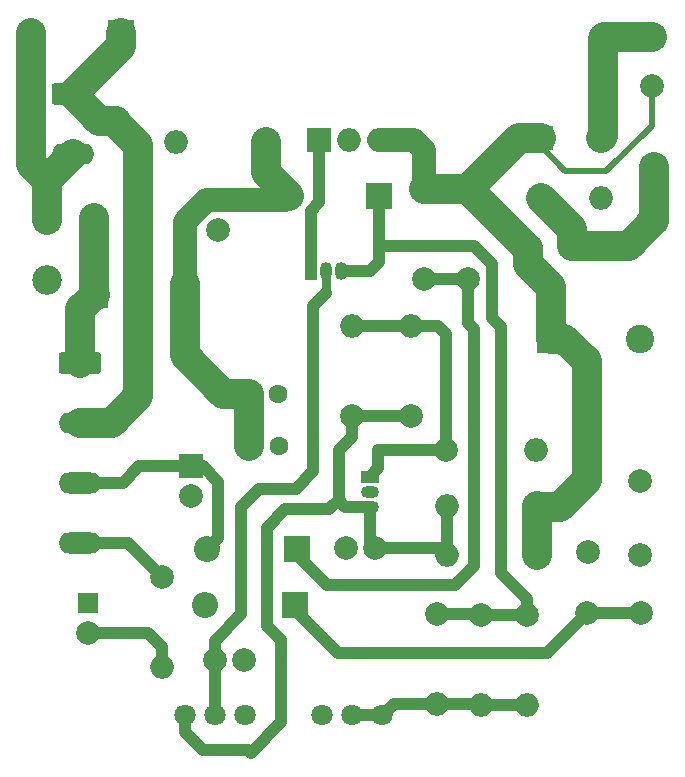
<source format=gtl>
G04 #@! TF.GenerationSoftware,KiCad,Pcbnew,7.0.8-dirty*
G04 #@! TF.CreationDate,2023-11-16T23:24:39-03:00*
G04 #@! TF.ProjectId,Fonte 0-24V,466f6e74-6520-4302-9d32-34562e6b6963,rev?*
G04 #@! TF.SameCoordinates,Original*
G04 #@! TF.FileFunction,Copper,L1,Top*
G04 #@! TF.FilePolarity,Positive*
%FSLAX46Y46*%
G04 Gerber Fmt 4.6, Leading zero omitted, Abs format (unit mm)*
G04 Created by KiCad (PCBNEW 7.0.8-dirty) date 2023-11-16 23:24:39*
%MOMM*%
%LPD*%
G01*
G04 APERTURE LIST*
G04 Aperture macros list*
%AMRoundRect*
0 Rectangle with rounded corners*
0 $1 Rounding radius*
0 $2 $3 $4 $5 $6 $7 $8 $9 X,Y pos of 4 corners*
0 Add a 4 corners polygon primitive as box body*
4,1,4,$2,$3,$4,$5,$6,$7,$8,$9,$2,$3,0*
0 Add four circle primitives for the rounded corners*
1,1,$1+$1,$2,$3*
1,1,$1+$1,$4,$5*
1,1,$1+$1,$6,$7*
1,1,$1+$1,$8,$9*
0 Add four rect primitives between the rounded corners*
20,1,$1+$1,$2,$3,$4,$5,0*
20,1,$1+$1,$4,$5,$6,$7,0*
20,1,$1+$1,$6,$7,$8,$9,0*
20,1,$1+$1,$8,$9,$2,$3,0*%
G04 Aperture macros list end*
G04 #@! TA.AperFunction,ComponentPad*
%ADD10C,2.000000*%
G04 #@! TD*
G04 #@! TA.AperFunction,ComponentPad*
%ADD11R,2.200000X2.200000*%
G04 #@! TD*
G04 #@! TA.AperFunction,ComponentPad*
%ADD12O,2.200000X2.200000*%
G04 #@! TD*
G04 #@! TA.AperFunction,ComponentPad*
%ADD13C,2.500000*%
G04 #@! TD*
G04 #@! TA.AperFunction,ComponentPad*
%ADD14O,2.000000X2.000000*%
G04 #@! TD*
G04 #@! TA.AperFunction,ComponentPad*
%ADD15R,2.000000X2.000000*%
G04 #@! TD*
G04 #@! TA.AperFunction,ComponentPad*
%ADD16C,1.600000*%
G04 #@! TD*
G04 #@! TA.AperFunction,ComponentPad*
%ADD17RoundRect,0.250000X-1.550000X0.650000X-1.550000X-0.650000X1.550000X-0.650000X1.550000X0.650000X0*%
G04 #@! TD*
G04 #@! TA.AperFunction,ComponentPad*
%ADD18O,3.600000X1.800000*%
G04 #@! TD*
G04 #@! TA.AperFunction,ComponentPad*
%ADD19R,1.800000X1.800000*%
G04 #@! TD*
G04 #@! TA.AperFunction,ComponentPad*
%ADD20R,1.050000X1.500000*%
G04 #@! TD*
G04 #@! TA.AperFunction,ComponentPad*
%ADD21O,1.050000X1.500000*%
G04 #@! TD*
G04 #@! TA.AperFunction,ComponentPad*
%ADD22R,2.400000X2.400000*%
G04 #@! TD*
G04 #@! TA.AperFunction,ComponentPad*
%ADD23C,2.400000*%
G04 #@! TD*
G04 #@! TA.AperFunction,ComponentPad*
%ADD24C,1.800000*%
G04 #@! TD*
G04 #@! TA.AperFunction,ComponentPad*
%ADD25R,1.500000X1.050000*%
G04 #@! TD*
G04 #@! TA.AperFunction,ComponentPad*
%ADD26O,1.500000X1.050000*%
G04 #@! TD*
G04 #@! TA.AperFunction,Conductor*
%ADD27C,2.000000*%
G04 #@! TD*
G04 #@! TA.AperFunction,Conductor*
%ADD28C,2.500000*%
G04 #@! TD*
G04 #@! TA.AperFunction,Conductor*
%ADD29C,0.500000*%
G04 #@! TD*
G04 #@! TA.AperFunction,Conductor*
%ADD30C,1.000000*%
G04 #@! TD*
G04 #@! TA.AperFunction,Conductor*
%ADD31C,0.800000*%
G04 #@! TD*
G04 APERTURE END LIST*
D10*
X186826000Y-63540000D03*
D11*
X156786000Y-102790000D03*
D12*
X149166000Y-102790000D03*
D13*
X187026000Y-70390000D03*
D10*
X167547777Y-79909180D03*
D14*
X167547777Y-72289180D03*
D15*
X158656000Y-68110000D03*
D14*
X161196000Y-68110000D03*
X163736000Y-68110000D03*
D15*
X147826000Y-95740000D03*
D10*
X147826000Y-98240000D03*
X145397777Y-105089180D03*
D14*
X145397777Y-112709180D03*
D11*
X156636000Y-107490000D03*
D12*
X149016000Y-107490000D03*
D11*
X163786000Y-72840000D03*
D12*
X156166000Y-72840000D03*
D10*
X169416000Y-94390000D03*
D14*
X177036000Y-94390000D03*
D10*
X181376000Y-108140000D03*
D16*
X152776000Y-94040000D03*
X155276000Y-94040000D03*
D10*
X182726000Y-59540000D03*
D13*
X135597777Y-79939180D03*
D10*
X149826000Y-112190000D03*
X152326000Y-112190000D03*
X177136000Y-99140000D03*
D14*
X169516000Y-99140000D03*
D17*
X138457777Y-86969180D03*
D18*
X138457777Y-92049180D03*
X138457777Y-97129180D03*
X138457777Y-102209180D03*
D11*
X139666000Y-81209180D03*
D12*
X147286000Y-81209180D03*
D10*
X185826000Y-96990000D03*
X185876000Y-103240000D03*
X172376000Y-108330000D03*
D14*
X172376000Y-115950000D03*
D19*
X139107777Y-107334180D03*
D10*
X139107777Y-109874180D03*
X161426000Y-91500000D03*
D14*
X161426000Y-83880000D03*
D15*
X177451000Y-67945000D03*
D14*
X177451000Y-73025000D03*
X182531000Y-73025000D03*
X182531000Y-67945000D03*
D16*
X152726000Y-89640000D03*
X155226000Y-89640000D03*
D10*
X154137777Y-68329180D03*
D14*
X146517777Y-68329180D03*
D10*
X163426000Y-102640000D03*
X160926000Y-102640000D03*
D20*
X157947777Y-79209180D03*
D21*
X159217777Y-79209180D03*
X160487777Y-79209180D03*
D10*
X185926000Y-108140000D03*
D15*
X150126000Y-73240000D03*
D10*
X150126000Y-75740000D03*
X181476000Y-102990000D03*
X177086000Y-103290000D03*
D14*
X169466000Y-103290000D03*
D17*
X137825277Y-64236680D03*
D18*
X137825277Y-69316680D03*
D22*
X178313246Y-84940000D03*
D23*
X185813246Y-84940000D03*
D10*
X168646000Y-108240000D03*
D14*
X168646000Y-115860000D03*
D10*
X186967777Y-75019180D03*
X176286000Y-108330000D03*
D14*
X176286000Y-115950000D03*
D11*
X141907777Y-59079180D03*
D12*
X134287777Y-59079180D03*
D24*
X147296000Y-116840000D03*
X149836000Y-116840000D03*
X152376000Y-116840000D03*
D13*
X135626000Y-74890000D03*
D25*
X162966000Y-96620000D03*
D26*
X162966000Y-97890000D03*
X162966000Y-99160000D03*
D10*
X171247777Y-79909180D03*
D14*
X171247777Y-72289180D03*
D24*
X164016000Y-116840000D03*
X161476000Y-116840000D03*
X158936000Y-116840000D03*
D13*
X186876000Y-59440000D03*
D10*
X166426000Y-91500000D03*
D14*
X166426000Y-83880000D03*
D10*
X139637777Y-74749180D03*
D27*
X166668597Y-68110000D02*
X167557777Y-68999180D01*
D28*
X176327777Y-78598620D02*
X176327777Y-77279180D01*
X171247777Y-72289180D02*
X167547777Y-72289180D01*
D29*
X177451000Y-67945000D02*
X177451000Y-68665000D01*
D28*
X177086000Y-103290000D02*
X177086000Y-99290000D01*
X181317777Y-96949180D02*
X179076957Y-99190000D01*
D27*
X167547777Y-69009180D02*
X167547777Y-72289180D01*
D28*
X179076957Y-99190000D02*
X177186000Y-99190000D01*
D29*
X182986957Y-70740000D02*
X186826000Y-66900957D01*
D28*
X179418597Y-84940000D02*
X181317777Y-86839180D01*
X181317777Y-86839180D02*
X181317777Y-96949180D01*
X177186000Y-99190000D02*
X177136000Y-99140000D01*
D27*
X167557777Y-68999180D02*
X167547777Y-69009180D01*
D28*
X178313246Y-84940000D02*
X179418597Y-84940000D01*
X178313246Y-80584089D02*
X176327777Y-78598620D01*
X176327777Y-77279180D02*
X176237777Y-77279180D01*
X177086000Y-99290000D02*
X177186000Y-99190000D01*
X177451000Y-67945000D02*
X175591957Y-67945000D01*
X175591957Y-67945000D02*
X171247777Y-72289180D01*
D29*
X179526000Y-70740000D02*
X182986957Y-70740000D01*
D28*
X176237777Y-77279180D02*
X171247777Y-72289180D01*
X178313246Y-84940000D02*
X178313246Y-80584089D01*
D27*
X163736000Y-68110000D02*
X166668597Y-68110000D01*
D29*
X177451000Y-68665000D02*
X179526000Y-70740000D01*
X186826000Y-66900957D02*
X186826000Y-63540000D01*
D28*
X187026000Y-74960957D02*
X186967777Y-75019180D01*
X187026000Y-70390000D02*
X187026000Y-74960957D01*
X184907777Y-77079180D02*
X180097777Y-77079180D01*
X180097777Y-75671777D02*
X177451000Y-73025000D01*
X186967777Y-75019180D02*
X184907777Y-77079180D01*
X180097777Y-77079180D02*
X180097777Y-75671777D01*
X182726000Y-59540000D02*
X182726000Y-67750000D01*
X182726000Y-67750000D02*
X182531000Y-67945000D01*
X182826000Y-59440000D02*
X182726000Y-59540000D01*
X186876000Y-59440000D02*
X182826000Y-59440000D01*
D30*
X158656000Y-73390560D02*
X157947777Y-74098783D01*
X157947777Y-74098783D02*
X157947777Y-79209180D01*
X158656000Y-68110000D02*
X158656000Y-73390560D01*
X145397777Y-111089180D02*
X145397777Y-112709180D01*
X144182777Y-109874180D02*
X145397777Y-111089180D01*
X139107777Y-109874180D02*
X144182777Y-109874180D01*
X172286000Y-115860000D02*
X172376000Y-115950000D01*
X164996000Y-115860000D02*
X164016000Y-116840000D01*
X164016000Y-116840000D02*
X161476000Y-116840000D01*
X176286000Y-115950000D02*
X172376000Y-115950000D01*
X168646000Y-115860000D02*
X172286000Y-115860000D01*
X168646000Y-115860000D02*
X164996000Y-115860000D01*
X156786000Y-103247403D02*
X159327777Y-105789180D01*
X159327777Y-105789180D02*
X170137777Y-105789180D01*
X170137777Y-105789180D02*
X171767777Y-104159180D01*
X156786000Y-102790000D02*
X156786000Y-103247403D01*
X171767777Y-104159180D02*
X171767777Y-84159180D01*
X171767777Y-84159180D02*
X171247777Y-83639180D01*
X171247777Y-79909180D02*
X167547777Y-79909180D01*
X171247777Y-83639180D02*
X171247777Y-79909180D01*
X169566000Y-99190000D02*
X169516000Y-99140000D01*
X161426000Y-91500000D02*
X166426000Y-91500000D01*
X169341000Y-99315000D02*
X169516000Y-99140000D01*
X169516000Y-103240000D02*
X169466000Y-103290000D01*
X162966000Y-99160000D02*
X162966000Y-102180000D01*
X159526000Y-99390000D02*
X160326000Y-98590000D01*
X154276000Y-109290000D02*
X155476000Y-110490000D01*
X154276000Y-100940000D02*
X154276000Y-109290000D01*
X163426000Y-102640000D02*
X168816000Y-102640000D01*
X161426000Y-93240000D02*
X160326000Y-94340000D01*
X161426000Y-91500000D02*
X161426000Y-93240000D01*
X152876000Y-119990000D02*
X152676000Y-119790000D01*
X169516000Y-99140000D02*
X169516000Y-103240000D01*
X162966000Y-99160000D02*
X160896000Y-99160000D01*
X148826000Y-119790000D02*
X147296000Y-118260000D01*
X160326000Y-94340000D02*
X160326000Y-98590000D01*
X155826000Y-99390000D02*
X154276000Y-100940000D01*
X161316000Y-91610000D02*
X161256000Y-91610000D01*
X155826000Y-99390000D02*
X159526000Y-99390000D01*
X161426000Y-91500000D02*
X161316000Y-91610000D01*
X147296000Y-118260000D02*
X147296000Y-116840000D01*
X160896000Y-99160000D02*
X160326000Y-98590000D01*
X155476000Y-117390000D02*
X152876000Y-119990000D01*
X168816000Y-102640000D02*
X169466000Y-103290000D01*
X162966000Y-102180000D02*
X163426000Y-102640000D01*
X152676000Y-119790000D02*
X148826000Y-119790000D01*
X155476000Y-110490000D02*
X155476000Y-117390000D01*
X158176000Y-82160957D02*
X159257777Y-81079180D01*
X152076000Y-99190000D02*
X153626000Y-97640000D01*
X149826000Y-112190000D02*
X149826000Y-110540000D01*
X153626000Y-97640000D02*
X156726000Y-97640000D01*
X159257777Y-81079180D02*
X159217777Y-81039180D01*
D31*
X159217777Y-79777658D02*
X159247777Y-79747658D01*
D30*
X149826000Y-112190000D02*
X149826000Y-116830000D01*
D31*
X159217777Y-81039180D02*
X159217777Y-79777658D01*
D30*
X158176000Y-96190000D02*
X158176000Y-82160957D01*
X152076000Y-108290000D02*
X152076000Y-99190000D01*
X149826000Y-110540000D02*
X152076000Y-108290000D01*
X149826000Y-116830000D02*
X149836000Y-116840000D01*
X156726000Y-97640000D02*
X158176000Y-96190000D01*
X163828597Y-72840000D02*
X163786000Y-72840000D01*
X168646000Y-108240000D02*
X172286000Y-108240000D01*
X173307777Y-83229180D02*
X173307777Y-78619180D01*
X173307777Y-78619180D02*
X171807777Y-77119180D01*
X163786000Y-77119180D02*
X163786000Y-72840000D01*
X176286000Y-108330000D02*
X172376000Y-108330000D01*
X174076000Y-83997403D02*
X173307777Y-83229180D01*
X176286000Y-108330000D02*
X176286000Y-107000000D01*
X176286000Y-107000000D02*
X174076000Y-104790000D01*
X163017777Y-79209180D02*
X163786000Y-78440957D01*
X160487777Y-79209180D02*
X163017777Y-79209180D01*
X163786000Y-78440957D02*
X163786000Y-77119180D01*
X172286000Y-108240000D02*
X172376000Y-108330000D01*
X171807777Y-77119180D02*
X163786000Y-77119180D01*
X174076000Y-104790000D02*
X174076000Y-83997403D01*
X162966000Y-96620000D02*
X163687777Y-95898223D01*
X163687777Y-94409180D02*
X163706957Y-94390000D01*
X163706957Y-94390000D02*
X169416000Y-94390000D01*
X166426000Y-83880000D02*
X161426000Y-83880000D01*
X163687777Y-95898223D02*
X163687777Y-94409180D01*
X168728597Y-83880000D02*
X169416000Y-84567403D01*
X166426000Y-83880000D02*
X168728597Y-83880000D01*
X169416000Y-84567403D02*
X169416000Y-94390000D01*
X185926000Y-108140000D02*
X181376000Y-108140000D01*
X138457777Y-97129180D02*
X142037777Y-97129180D01*
X177956820Y-111559180D02*
X160295180Y-111559180D01*
X150126000Y-101830000D02*
X150126000Y-97040000D01*
X156636000Y-107900000D02*
X156636000Y-107490000D01*
X150126000Y-97040000D02*
X148826000Y-95740000D01*
X143457777Y-95709180D02*
X143488597Y-95740000D01*
X148826000Y-95740000D02*
X147826000Y-95740000D01*
X149166000Y-102790000D02*
X150126000Y-101830000D01*
X160295180Y-111559180D02*
X156636000Y-107900000D01*
X143488597Y-95740000D02*
X147826000Y-95740000D01*
X181376000Y-108140000D02*
X177956820Y-111559180D01*
X142037777Y-97129180D02*
X143457777Y-95709180D01*
X142517777Y-102209180D02*
X145397777Y-105089180D01*
X138457777Y-102209180D02*
X142517777Y-102209180D01*
D27*
X149126000Y-73240000D02*
X150126000Y-73240000D01*
X150126000Y-73240000D02*
X155766000Y-73240000D01*
X147286000Y-81209180D02*
X147286000Y-75080000D01*
D28*
X154137777Y-70811777D02*
X156166000Y-72840000D01*
D27*
X147286000Y-75080000D02*
X149126000Y-73240000D01*
D28*
X147286000Y-86350000D02*
X147286000Y-80340000D01*
X154137777Y-68329180D02*
X154137777Y-70811777D01*
X150576000Y-89640000D02*
X147286000Y-86350000D01*
X152776000Y-89690000D02*
X152726000Y-89640000D01*
X152776000Y-94040000D02*
X152776000Y-89690000D01*
D27*
X155766000Y-73240000D02*
X156166000Y-72840000D01*
D28*
X152726000Y-89640000D02*
X150576000Y-89640000D01*
X139637777Y-81180957D02*
X139666000Y-81209180D01*
X138457777Y-82417403D02*
X139666000Y-81209180D01*
X139637777Y-74749180D02*
X139637777Y-81180957D01*
X138457777Y-86969180D02*
X138457777Y-82417403D01*
X140077777Y-66489180D02*
X141437777Y-66489180D01*
X143317777Y-68586890D02*
X143317777Y-89829180D01*
X141907777Y-59079180D02*
X141907777Y-60154180D01*
X141437777Y-66489180D02*
X141437777Y-66706890D01*
X137825277Y-64236680D02*
X140077777Y-66489180D01*
X143317777Y-89829180D02*
X141097777Y-92049180D01*
X141907777Y-60154180D02*
X137825277Y-64236680D01*
X138457777Y-92049180D02*
X141097777Y-92049180D01*
X141437777Y-66706890D02*
X143317777Y-68586890D01*
X134287777Y-70177734D02*
X135626000Y-71515957D01*
X135626000Y-71515957D02*
X137825277Y-69316680D01*
X135626000Y-74890000D02*
X135626000Y-71515957D01*
X134287777Y-59079180D02*
X134287777Y-70177734D01*
M02*

</source>
